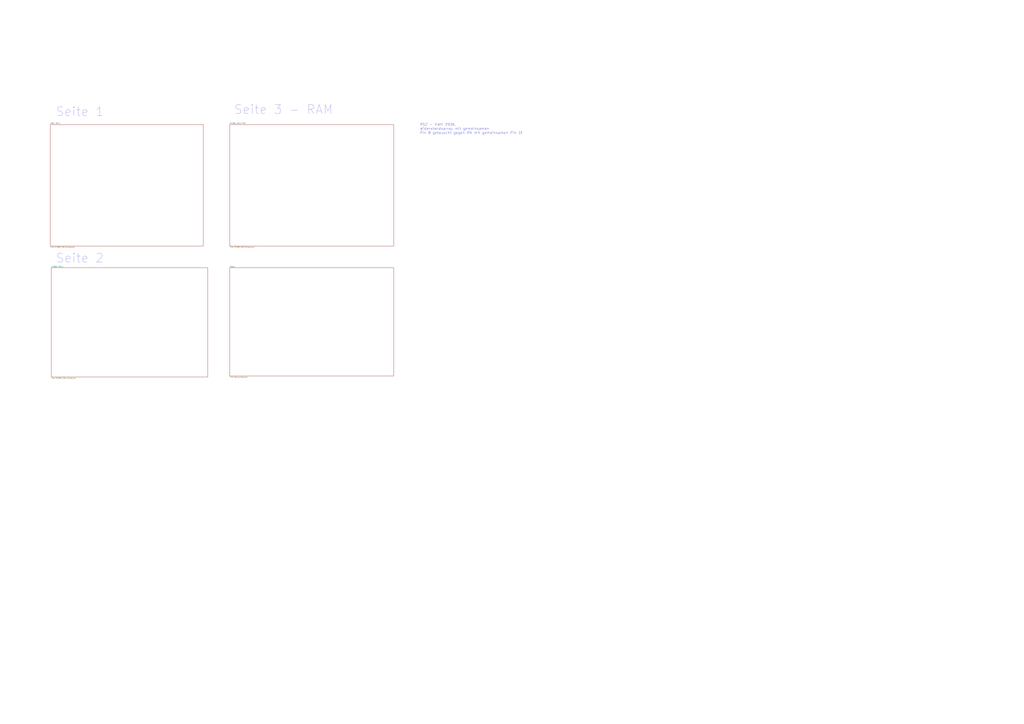
<source format=kicad_sch>
(kicad_sch (version 20211123) (generator eeschema)
  (paper "A0")
  (lib_symbols)
  (text "R52 - KWH 3936, \nWiderstandsarray mit gemeinsamen \nPin 8 getauscht gegen RN mit gemeinsamen Pin 1!\n" (at 487.68 156.21 0) (effects (font (size 2.9972 2.9972)) (justify left bottom)))
  (text "Seite 2" (at 64.77 306.07 0) (effects (font (size 10.2616 10.2616)) (justify left bottom)))
  (text "Seite 1" (at 64.77 135.89 0) (effects (font (size 10.2616 10.2616)) (justify left bottom)))
  (text "Seite 3 - RAM" (at 271.78 133.35 0) (effects (font (size 10.2616 10.2616)) (justify left bottom)))
  (sheet (at 58.42 144.78) (size 177.8 140.97)
    (property "Sheet name" "1834 201.2" (at 58.42 144.0684 0) (effects (justify left bottom)))
    (property "Sheet file" "EC1834_201.2.kicad_sch" (at 58.42 286.3346 0) (effects (justify left top)))
  )
  (sheet (at 59.69 311.15) (size 181.61 127)
    (property "Sheet name" "EC1834 201.1" (at 59.69 310.4384 0) (effects (justify left bottom)))
    (property "Sheet file" "EC1834_201.1.kicad_sch" (at 59.69 438.7346 0) (effects (justify left top)))
  )
  (sheet (at 266.7 144.78) (size 190.5 140.97)
    (property "Sheet name" "EC1834_201.3 RAM" (at 266.7 144.0684 0) (effects (justify left bottom)))
    (property "Sheet file" "EC1834_201.3.kicad_sch" (at 266.7 286.3346 0) (effects (justify left top)))
  )
  (sheet (at 266.7 311.15) (size 190.5 125.73)
    (property "Sheet name" "Power" (at 266.7 310.4384 0) (effects (justify left bottom)))
    (property "Sheet file" "Power.kicad_sch" (at 266.7 437.4646 0) (effects (justify left top)))
  )
)
</source>
